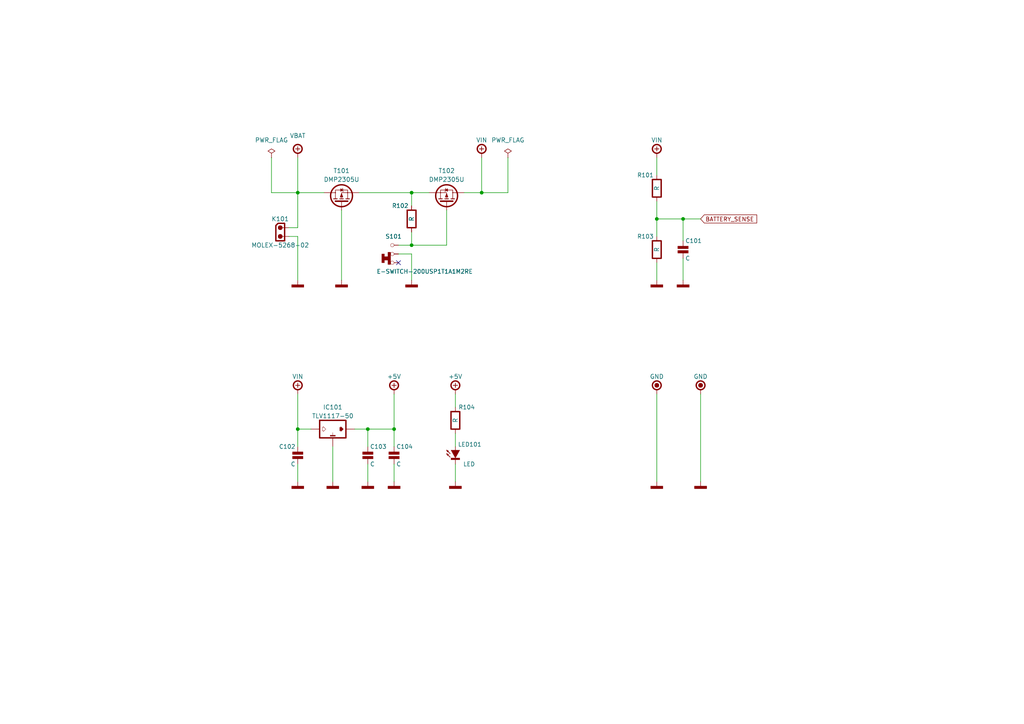
<source format=kicad_sch>
(kicad_sch (version 20210126) (generator eeschema)
  (paper "A4")
  (title_block (title "Power") (date "01/2021") (rev "A") (comment 1 "TBOT - PIC8-Bit"))
  (lib_symbols
    (symbol "power:PWR_FLAG" (power) (pin_numbers hide) (pin_names (offset 0) hide)
      (property "Value" "PWR_FLAG" (at 0 3.81 0))
      (symbol "PWR_FLAG_0_0"
        (pin power_out line (at 0 0 90) (length 0) (name "pwr") (number "1"))
      )
      (symbol "PWR_FLAG_0_1"
        (polyline (pts (xy 0 0) (xy 0 1.27) (xy -1.016 1.905) (xy 0 2.54) (xy 1.016 1.905) (xy 0 1.27)))
      )
    )
    (symbol "tronixALL:+5V" (power) (pin_numbers hide) (pin_names (offset 0) hide)
      (property "Value" "+5V" (at 0 5.08 0))
      (symbol "+5V_0_1"
        (circle (center 0 2.54) (radius 1.27) (stroke (width 0.4)))
        (polyline (pts (xy 0 1.905) (xy 0 3.175)) (stroke (width 0.2)))
        (polyline (pts (xy -0.635 2.54) (xy 0.635 2.54)) (stroke (width 0.2)))
      )
      (symbol "+5V_1_1"
        (pin power_in line (at 0 0 90) (length 1.27) (name "+5V") (number "1"))
      )
    )
    (symbol "tronixALL:+5V_1" (power) (pin_numbers hide) (pin_names (offset 0) hide)
      (property "Value" "+5V" (at 0 5.08 0))
      (symbol "+5V_1_0_1"
        (circle (center 0 2.54) (radius 1.27) (stroke (width 0.4)))
        (polyline (pts (xy 0 1.905) (xy 0 3.175)) (stroke (width 0.2)))
        (polyline (pts (xy -0.635 2.54) (xy 0.635 2.54)) (stroke (width 0.2)))
      )
      (symbol "+5V_1_1_1"
        (pin power_in line (at 0 0 90) (length 1.27) (name "+5V") (number "1"))
      )
    )
    (symbol "tronixALL:C" (pin_numbers hide) (pin_names (offset 0) hide)
      (property "Reference" "C" (at 0.635 2.54 0))
      (property "Value" "C" (at 0.635 -2.54 0))
      (symbol "C_0_1"
        (rectangle (start -1.524 -0.254) (end 1.524 -1.016) (stroke (width 0.001)) (fill (type outline)))
        (rectangle (start -1.524 1.016) (end 1.524 0.254) (stroke (width 0.001)) (fill (type outline)))
      )
      (symbol "C_1_1"
        (pin passive line (at 0 2.54 270) (length 1.905) (name "~") (number "1"))
        (pin passive line (at 0 -2.54 90) (length 1.905) (name "~") (number "2"))
      )
    )
    (symbol "tronixALL:C_1" (pin_numbers hide) (pin_names (offset 0) hide)
      (property "Reference" "C" (at 0.635 2.54 0))
      (property "Value" "C" (at 0.635 -2.54 0))
      (symbol "C_1_0_1"
        (rectangle (start -1.524 -0.254) (end 1.524 -1.016) (stroke (width 0.001)) (fill (type outline)))
        (rectangle (start -1.524 1.016) (end 1.524 0.254) (stroke (width 0.001)) (fill (type outline)))
      )
      (symbol "C_1_1_1"
        (pin passive line (at 0 2.54 270) (length 1.905) (name "~") (number "1"))
        (pin passive line (at 0 -2.54 90) (length 1.905) (name "~") (number "2"))
      )
    )
    (symbol "tronixALL:C_2" (pin_numbers hide) (pin_names (offset 0) hide)
      (property "Reference" "C" (at 0.635 2.54 0))
      (property "Value" "C" (at 0.635 -2.54 0))
      (symbol "C_2_0_1"
        (rectangle (start -1.524 -0.254) (end 1.524 -1.016) (stroke (width 0.001)) (fill (type outline)))
        (rectangle (start -1.524 1.016) (end 1.524 0.254) (stroke (width 0.001)) (fill (type outline)))
      )
      (symbol "C_2_1_1"
        (pin passive line (at 0 2.54 270) (length 1.905) (name "~") (number "1"))
        (pin passive line (at 0 -2.54 90) (length 1.905) (name "~") (number "2"))
      )
    )
    (symbol "tronixALL:C_3" (pin_numbers hide) (pin_names (offset 0) hide)
      (property "Reference" "C" (at 0.635 2.54 0))
      (property "Value" "C" (at 0.635 -2.54 0))
      (symbol "C_3_0_1"
        (rectangle (start -1.524 -0.254) (end 1.524 -1.016) (stroke (width 0.001)) (fill (type outline)))
        (rectangle (start -1.524 1.016) (end 1.524 0.254) (stroke (width 0.001)) (fill (type outline)))
      )
      (symbol "C_3_1_1"
        (pin passive line (at 0 2.54 270) (length 1.905) (name "~") (number "1"))
        (pin passive line (at 0 -2.54 90) (length 1.905) (name "~") (number "2"))
      )
    )
    (symbol "tronixALL:DMP2305U" (pin_numbers hide) (pin_names (offset 0) hide)
      (property "Reference" "T" (at 5.08 1.905 0))
      (property "Value" "DMP2305U" (at 5.08 0 0))
      (symbol "DMP2305U_0_1"
        (circle (center 1.651 0) (radius 3.175) (stroke (width 0.4)))
        (circle (center 2.54 1.778) (radius 0.127) (stroke (width 0.0006)))
        (circle (center 2.54 -1.778) (radius 0.127) (stroke (width 0.0006)))
        (rectangle (start -0.127 -1.905) (end 0.254 1.905) (stroke (width 0.001)) (fill (type outline)))
        (polyline (pts (xy 0.762 -1.27) (xy 0.762 -2.286)) (stroke (width 0.254)))
        (polyline (pts (xy 0.762 0.508) (xy 0.762 -0.508)) (stroke (width 0.254)))
        (polyline (pts (xy 0.762 2.286) (xy 0.762 1.27)) (stroke (width 0.254)))
        (polyline (pts (xy 0.762 1.778) (xy 3.302 1.778) (xy 3.302 -1.778) (xy 0.762 -1.778)))
        (polyline (pts (xy 2.286 0) (xy 1.27 0.381) (xy 1.27 -0.381) (xy 2.286 0)) (fill (type outline)))
        (polyline (pts (xy 2.794 -0.508) (xy 2.921 -0.381) (xy 3.683 -0.381) (xy 3.81 -0.254)))
        (polyline (pts (xy 3.302 -0.381) (xy 2.921 0.254) (xy 3.683 0.254) (xy 3.302 -0.381)) (fill (type outline)))
        (polyline (pts (xy 0.762 0) (xy 2.54 0)) (stroke (width 0.0006)))
      )
      (symbol "DMP2305U_1_1"
        (pin passive line (at 2.54 5.08 270) (length 3.3) (name "D") (number "3"))
        (pin input line (at -2.54 0 0) (length 2.54) (name "G") (number "1"))
        (pin passive line (at 2.54 -5.08 90) (length 5.08) (name "S") (number "2"))
      )
    )
    (symbol "tronixALL:E-SWITCH-200USP1T1A1M2RE" (pin_numbers hide) (pin_names (offset 0) hide)
      (property "Reference" "S" (at 0 7.62 0))
      (property "Value" "E-SWITCH-200USP1T1A1M2RE" (at 0 5.08 0))
      (symbol "E-SWITCH-200USP1T1A1M2RE_0_1"
        (circle (center -2.54 0.508) (radius 0.508) (stroke (width 0.0006)))
        (circle (center 2.54 0.508) (radius 0.508) (stroke (width 0.0006)))
        (circle (center 0 0.508) (radius 0.508) (stroke (width 0.0006)))
        (rectangle (start -3.048 1.778) (end 0.508 1.016) (stroke (width 0.001)) (fill (type outline)))
        (rectangle (start -1.778 1.778) (end -0.762 2.794) (stroke (width 0.001)) (fill (type outline)))
        (rectangle (start -2.54 3.556) (end 0 2.794) (stroke (width 0.001)) (fill (type outline)))
        (pin passive line (at -2.54 -1.27 90) (length 1.27) (name "1") (number "1"))
        (pin passive line (at 2.54 -1.27 90) (length 1.27) (name "2") (number "2"))
        (pin passive line (at 0 -1.27 90) (length 1.27) (name "1") (number "1"))
      )
    )
    (symbol "tronixALL:GND" (power) (pin_numbers hide) (pin_names (offset 0) hide)
      (symbol "GND_0_1"
        (rectangle (start -1.778 -2.032) (end 1.778 -1.27) (stroke (width 0.001)) (fill (type outline)))
      )
      (symbol "GND_1_1"
        (pin power_in line (at 0 0 270) (length 1.27) (name "GND") (number "1"))
      )
    )
    (symbol "tronixALL:KEYSTONE-5006" (pin_numbers hide) (pin_names (offset 0) hide)
      (property "Value" "KEYSTONE-5006" (at 0 5.08 0))
      (symbol "KEYSTONE-5006_0_1"
        (circle (center 0 2.54) (radius 1.27) (stroke (width 0.4)))
        (circle (center 0 2.54) (radius 0.635) (stroke (width 0.001)) (fill (type outline)))
      )
      (symbol "KEYSTONE-5006_1_1"
        (pin passive line (at 0 0 90) (length 1.27) (name "1") (number "1"))
      )
    )
    (symbol "tronixALL:KEYSTONE-5006_1" (pin_numbers hide) (pin_names (offset 0) hide)
      (property "Value" "KEYSTONE-5006" (at 0 5.08 0))
      (symbol "KEYSTONE-5006_1_0_1"
        (circle (center 0 2.54) (radius 1.27) (stroke (width 0.4)))
        (circle (center 0 2.54) (radius 0.635) (stroke (width 0.001)) (fill (type outline)))
      )
      (symbol "KEYSTONE-5006_1_1_1"
        (pin passive line (at 0 0 90) (length 1.27) (name "1") (number "1"))
      )
    )
    (symbol "tronixALL:LED" (pin_numbers hide) (pin_names (offset 0) hide)
      (property "Reference" "LED" (at 0 -2.54 0))
      (property "Value" "LED" (at 0 -5.08 0))
      (symbol "LED_0_1"
        (rectangle (start -1.27 1.27) (end -0.762 -1.27) (stroke (width 0.001)) (fill (type outline)))
        (polyline (pts (xy 1.524 -1.27) (xy 1.524 1.27) (xy -0.762 0) (xy 1.524 -1.27)) (stroke (width 0.001)) (fill (type outline)))
        (polyline (pts (xy 0.508 1.524) (xy 1.524 2.54) (xy 1.27 2.032) (xy 1.016 2.286) (xy 1.524 2.54)) (stroke (width 0.2)))
        (polyline (pts (xy -0.508 1.524) (xy 0.508 2.54) (xy 0.254 2.032) (xy 0 2.286) (xy 0.508 2.54)) (stroke (width 0.2)))
      )
      (symbol "LED_1_1"
        (pin passive line (at -2.54 0 0) (length 1.27) (name "K") (number "1"))
        (pin passive line (at 2.54 0 180) (length 1.27) (name "A") (number "2"))
      )
    )
    (symbol "tronixALL:MOLEX-5268-02" (pin_numbers hide) (pin_names (offset 0) hide)
      (property "Reference" "K" (at 0 2.54 0))
      (property "Value" "MOLEX-5268-02" (at 0 -5.08 0))
      (symbol "MOLEX-5268-02_0_1"
        (circle (center 0 -2.54) (radius 0.635) (stroke (width 0.001)) (fill (type outline)))
        (circle (center 0 0) (radius 0.635) (stroke (width 0.001)) (fill (type outline)))
        (polyline (pts (xy -1.27 -3.81) (xy 1.27 -3.81) (xy 1.27 0.635) (xy 0.635 1.27) (xy -1.27 1.27) (xy -1.27 -3.81)) (stroke (width 0.4)))
      )
      (symbol "MOLEX-5268-02_1_1"
        (pin passive line (at -2.54 0 0) (length 1.905) (name "2") (number "2"))
        (pin passive line (at -2.54 -2.54 0) (length 1.905) (name "1") (number "1"))
      )
    )
    (symbol "tronixALL:R" (pin_numbers hide) (pin_names (offset 0) hide)
      (property "Reference" "R" (at 2.54 0 90))
      (property "Value" "R" (at 0 0 90))
      (symbol "R_0_1"
        (rectangle (start -1.27 -2.54) (end 1.27 2.54) (stroke (width 0.4)))
      )
      (symbol "R_1_1"
        (pin passive line (at 0 3.81 270) (length 1.27) (name "~") (number "1"))
        (pin passive line (at 0 -3.81 90) (length 1.27) (name "~") (number "2"))
      )
    )
    (symbol "tronixALL:R_1" (pin_numbers hide) (pin_names (offset 0) hide)
      (property "Reference" "R" (at 2.54 0 90))
      (property "Value" "R" (at 0 0 90))
      (symbol "R_1_0_1"
        (rectangle (start -1.27 -2.54) (end 1.27 2.54) (stroke (width 0.4)))
      )
      (symbol "R_1_1_1"
        (pin passive line (at 0 3.81 270) (length 1.27) (name "~") (number "1"))
        (pin passive line (at 0 -3.81 90) (length 1.27) (name "~") (number "2"))
      )
    )
    (symbol "tronixALL:R_2" (pin_numbers hide) (pin_names (offset 0) hide)
      (property "Reference" "R" (at 2.54 0 90))
      (property "Value" "R" (at 0 0 90))
      (symbol "R_2_0_1"
        (rectangle (start -1.27 -2.54) (end 1.27 2.54) (stroke (width 0.4)))
      )
      (symbol "R_2_1_1"
        (pin passive line (at 0 3.81 270) (length 1.27) (name "~") (number "1"))
        (pin passive line (at 0 -3.81 90) (length 1.27) (name "~") (number "2"))
      )
    )
    (symbol "tronixALL:R_3" (pin_numbers hide) (pin_names (offset 0) hide)
      (property "Reference" "R" (at 2.54 0 90))
      (property "Value" "R" (at 0 0 90))
      (symbol "R_3_0_1"
        (rectangle (start -1.27 -2.54) (end 1.27 2.54) (stroke (width 0.4)))
      )
      (symbol "R_3_1_1"
        (pin passive line (at 0 3.81 270) (length 1.27) (name "~") (number "1"))
        (pin passive line (at 0 -3.81 90) (length 1.27) (name "~") (number "2"))
      )
    )
    (symbol "tronixALL:TLV1117-50" (pin_numbers hide) (pin_names (offset 0) hide)
      (property "Reference" "IC" (at 0 6.35 0))
      (property "Value" "TLV1117-50" (at 0 3.81 0))
      (symbol "TLV1117-50_0_1"
        (rectangle (start -3.81 -2.54) (end 3.81 2.54) (stroke (width 0.4)))
        (rectangle (start -0.762 -1.778) (end 0.762 -2.032) (stroke (width 0.001)) (fill (type outline)))
        (polyline (pts (xy -2.032 0) (xy -2.794 0.762)) (stroke (width 0.0006)))
        (polyline (pts (xy -2.032 0) (xy -2.794 -0.762)) (stroke (width 0.0006)))
        (polyline (pts (xy -2.54 -0.508) (xy -3.048 -0.508) (xy -3.048 0.508) (xy -2.54 0.508)) (stroke (width 0.0006)))
        (polyline (pts (xy 2.54 -0.508) (xy 2.032 -0.508) (xy 2.032 0.508) (xy 2.54 0.508)) (stroke (width 0.001)) (fill (type outline)))
        (polyline (pts (xy 3.048 0) (xy 2.286 0.762)) (stroke (width 0.0006)))
        (polyline (pts (xy 3.048 0) (xy 2.286 -0.762)) (stroke (width 0.0006)))
        (polyline (pts (xy 2.54 -0.508) (xy 3.048 0) (xy 2.54 0.508) (xy 2.54 -0.508)) (stroke (width 0.001)) (fill (type outline)))
        (polyline (pts (xy 0 -1.778) (xy 0 -1.016)) (stroke (width 0.0006)))
      )
      (symbol "TLV1117-50_1_1"
        (pin power_in line (at 0 -5.08 90) (length 2.54) (name "GND") (number "1"))
        (pin power_out line (at 6.35 0 180) (length 2.54) (name "VO") (number "2"))
        (pin power_in line (at -6.35 0 0) (length 2.54) (name "VI") (number "3"))
      )
    )
    (symbol "tronixALL:VBAT" (power) (pin_numbers hide) (pin_names (offset 0) hide)
      (property "Value" "VBAT" (at 0 5.08 0))
      (symbol "VBAT_0_1"
        (circle (center 0 2.54) (radius 1.27) (stroke (width 0.4)))
        (polyline (pts (xy 0 1.905) (xy 0 3.175)) (stroke (width 0.2)))
        (polyline (pts (xy -0.635 2.54) (xy 0.635 2.54)) (stroke (width 0.2)))
      )
      (symbol "VBAT_1_1"
        (pin power_in line (at 0 0 90) (length 1.27) (name "VBAT") (number "1"))
      )
    )
    (symbol "tronixALL:VIN" (power) (pin_numbers hide) (pin_names (offset 0) hide)
      (property "Value" "VIN" (at 0 5.08 0))
      (symbol "VIN_0_1"
        (circle (center 0 2.54) (radius 1.27) (stroke (width 0.4)))
        (polyline (pts (xy 0 1.905) (xy 0 3.175)) (stroke (width 0.2)))
        (polyline (pts (xy -0.635 2.54) (xy 0.635 2.54)) (stroke (width 0.2)))
      )
      (symbol "VIN_1_1"
        (pin power_in line (at 0 0 90) (length 1.27) (name "VIN") (number "1"))
      )
    )
    (symbol "tronixALL:VIN_1" (power) (pin_numbers hide) (pin_names (offset 0) hide)
      (property "Value" "VIN" (at 0 5.08 0))
      (symbol "VIN_1_0_1"
        (circle (center 0 2.54) (radius 1.27) (stroke (width 0.4)))
        (polyline (pts (xy 0 1.905) (xy 0 3.175)) (stroke (width 0.2)))
        (polyline (pts (xy -0.635 2.54) (xy 0.635 2.54)) (stroke (width 0.2)))
      )
      (symbol "VIN_1_1_1"
        (pin power_in line (at 0 0 90) (length 1.27) (name "VIN") (number "1"))
      )
    )
    (symbol "tronixALL:VIN_2" (power) (pin_numbers hide) (pin_names (offset 0) hide)
      (property "Value" "VIN" (at 0 5.08 0))
      (symbol "VIN_2_0_1"
        (circle (center 0 2.54) (radius 1.27) (stroke (width 0.4)))
        (polyline (pts (xy 0 1.905) (xy 0 3.175)) (stroke (width 0.2)))
        (polyline (pts (xy -0.635 2.54) (xy 0.635 2.54)) (stroke (width 0.2)))
      )
      (symbol "VIN_2_1_1"
        (pin power_in line (at 0 0 90) (length 1.27) (name "VIN") (number "1"))
      )
    )
  )
  (junction (at 86.36 55.88) (diameter 0.9144))
  (junction (at 86.36 124.46) (diameter 0.9144))
  (junction (at 106.68 124.46) (diameter 0.9144))
  (junction (at 114.3 124.46) (diameter 0.9144))
  (junction (at 119.38 55.88) (diameter 0.9144))
  (junction (at 119.38 71.12) (diameter 0.9144))
  (junction (at 139.7 55.88) (diameter 0.9144))
  (junction (at 190.5 63.5) (diameter 0.9144))
  (junction (at 198.12 63.5) (diameter 0.9144))
  (no_connect (at 115.57 76.2))
  (wire (pts (xy 78.74 45.72) (xy 78.74 55.88)))
  (wire (pts (xy 78.74 55.88) (xy 86.36 55.88)))
  (wire (pts (xy 83.82 66.04) (xy 86.36 66.04)))
  (wire (pts (xy 83.82 68.58) (xy 86.36 68.58)))
  (wire (pts (xy 86.36 45.72) (xy 86.36 55.88)))
  (wire (pts (xy 86.36 55.88) (xy 86.36 66.04)))
  (wire (pts (xy 86.36 55.88) (xy 93.98 55.88)))
  (wire (pts (xy 86.36 68.58) (xy 86.36 81.28)))
  (wire (pts (xy 86.36 124.46) (xy 86.36 114.3)))
  (wire (pts (xy 86.36 124.46) (xy 86.36 129.54)))
  (wire (pts (xy 86.36 134.62) (xy 86.36 139.7)))
  (wire (pts (xy 90.17 124.46) (xy 86.36 124.46)))
  (wire (pts (xy 96.52 129.54) (xy 96.52 139.7)))
  (wire (pts (xy 99.06 60.96) (xy 99.06 81.28)))
  (wire (pts (xy 102.87 124.46) (xy 106.68 124.46)))
  (wire (pts (xy 104.14 55.88) (xy 119.38 55.88)))
  (wire (pts (xy 106.68 124.46) (xy 106.68 129.54)))
  (wire (pts (xy 106.68 124.46) (xy 114.3 124.46)))
  (wire (pts (xy 106.68 134.62) (xy 106.68 139.7)))
  (wire (pts (xy 114.3 124.46) (xy 114.3 114.3)))
  (wire (pts (xy 114.3 124.46) (xy 114.3 129.54)))
  (wire (pts (xy 114.3 134.62) (xy 114.3 139.7)))
  (wire (pts (xy 115.57 71.12) (xy 119.38 71.12)))
  (wire (pts (xy 115.57 73.66) (xy 119.38 73.66)))
  (wire (pts (xy 119.38 55.88) (xy 119.38 59.69)))
  (wire (pts (xy 119.38 55.88) (xy 124.46 55.88)))
  (wire (pts (xy 119.38 71.12) (xy 119.38 67.31)))
  (wire (pts (xy 119.38 73.66) (xy 119.38 81.28)))
  (wire (pts (xy 129.54 60.96) (xy 129.54 71.12)))
  (wire (pts (xy 129.54 71.12) (xy 119.38 71.12)))
  (wire (pts (xy 132.08 114.3) (xy 132.08 118.11)))
  (wire (pts (xy 132.08 125.73) (xy 132.08 129.54)))
  (wire (pts (xy 132.08 134.62) (xy 132.08 139.7)))
  (wire (pts (xy 134.62 55.88) (xy 139.7 55.88)))
  (wire (pts (xy 139.7 45.72) (xy 139.7 55.88)))
  (wire (pts (xy 139.7 55.88) (xy 147.32 55.88)))
  (wire (pts (xy 147.32 45.72) (xy 147.32 55.88)))
  (wire (pts (xy 190.5 45.72) (xy 190.5 50.8)))
  (wire (pts (xy 190.5 58.42) (xy 190.5 63.5)))
  (wire (pts (xy 190.5 63.5) (xy 190.5 68.58)))
  (wire (pts (xy 190.5 63.5) (xy 198.12 63.5)))
  (wire (pts (xy 190.5 76.2) (xy 190.5 81.28)))
  (wire (pts (xy 190.5 114.3) (xy 190.5 139.7)))
  (wire (pts (xy 198.12 63.5) (xy 203.2 63.5)))
  (wire (pts (xy 198.12 69.85) (xy 198.12 63.5)))
  (wire (pts (xy 198.12 74.93) (xy 198.12 81.28)))
  (wire (pts (xy 203.2 114.3) (xy 203.2 139.7)))
  (global_label "BATTERY_SENSE" (shape input) (at 203.2 63.5 0) (effects (font (size 1.2 1.2))) (property "Intersheet References" "${INTERSHEET_REFS}" (effects hide)))
  (symbol (lib_id "power:PWR_FLAG") (at 78.74 45.72 0) (unit 1)
    (property "Reference" "#FLG0101" (effects hide))
    (property "Value" "PWR_FLAG" (at 78.74 40.64 0))
  )
  (symbol (lib_id "power:PWR_FLAG") (at 147.32 45.72 0) (unit 1)
    (property "Reference" "#FLG0102" (effects hide))
    (property "Value" "PWR_FLAG" (at 147.32 40.64 0))
  )
  (symbol (lib_id "tronixALL:GND") (at 86.36 81.28 0) (unit 1)
    (property "Reference" "#PWR0104" (effects hide))
    (property "Value" "GND" (effects hide))
  )
  (symbol (lib_id "tronixALL:GND") (at 86.36 139.7 0) (unit 1)
    (property "Reference" "#PWR0112" (effects hide))
    (property "Value" "GND" (effects hide))
  )
  (symbol (lib_id "tronixALL:GND") (at 96.52 139.7 0) (unit 1)
    (property "Reference" "#PWR0113" (effects hide))
    (property "Value" "GND" (effects hide))
  )
  (symbol (lib_id "tronixALL:GND") (at 99.06 81.28 0) (unit 1)
    (property "Reference" "#PWR0105" (effects hide))
    (property "Value" "GND" (effects hide))
  )
  (symbol (lib_id "tronixALL:GND") (at 106.68 139.7 0) (unit 1)
    (property "Reference" "#PWR0114" (effects hide))
    (property "Value" "GND" (effects hide))
  )
  (symbol (lib_id "tronixALL:GND") (at 114.3 139.7 0) (unit 1)
    (property "Reference" "#PWR0115" (effects hide))
    (property "Value" "GND" (effects hide))
  )
  (symbol (lib_id "tronixALL:GND") (at 119.38 81.28 0) (unit 1)
    (property "Reference" "#PWR0106" (effects hide))
    (property "Value" "GND" (effects hide))
  )
  (symbol (lib_id "tronixALL:GND") (at 132.08 139.7 0) (unit 1)
    (property "Reference" "#PWR0116" (effects hide))
    (property "Value" "GND" (effects hide))
  )
  (symbol (lib_id "tronixALL:GND") (at 190.5 81.28 0) (unit 1)
    (property "Reference" "#PWR0107" (effects hide))
    (property "Value" "GND" (effects hide))
  )
  (symbol (lib_id "tronixALL:GND") (at 190.5 139.7 0) (unit 1)
    (property "Reference" "#PWR0117" (effects hide))
    (property "Value" "GND" (effects hide))
  )
  (symbol (lib_id "tronixALL:GND") (at 198.12 81.28 0) (unit 1)
    (property "Reference" "#PWR0108" (effects hide))
    (property "Value" "GND" (effects hide))
  )
  (symbol (lib_id "tronixALL:GND") (at 203.2 139.7 0) (unit 1)
    (property "Reference" "#PWR0118" (effects hide))
    (property "Value" "GND" (effects hide))
  )
  (symbol (lib_id "tronixALL:VBAT") (at 86.36 45.72 0) (unit 1)
    (property "Reference" "#PWR0101" (effects hide))
    (property "Value" "VBAT" (at 86.36 39.37 0))
  )
  (symbol (lib_name "tronixALL:VIN_1") (lib_id "tronixALL:VIN") (at 86.36 114.3 0) (unit 1)
    (property "Reference" "#PWR0109" (effects hide))
    (property "Value" "VIN" (at 86.36 109.22 0))
  )
  (symbol (lib_name "tronixALL:+5V_1") (lib_id "tronixALL:+5V") (at 114.3 114.3 0) (unit 1)
    (property "Reference" "#PWR0110" (effects hide))
    (property "Value" "+5V" (at 114.3 109.22 0))
  )
  (symbol (lib_id "tronixALL:+5V") (at 132.08 114.3 0) (unit 1)
    (property "Reference" "#PWR0111" (effects hide))
    (property "Value" "+5V" (at 132.08 109.22 0))
  )
  (symbol (lib_name "tronixALL:VIN_2") (lib_id "tronixALL:VIN") (at 139.7 45.72 0) (unit 1)
    (property "Reference" "#PWR0102" (effects hide))
    (property "Value" "VIN" (at 139.7 40.64 0))
  )
  (symbol (lib_id "tronixALL:VIN") (at 190.5 45.72 0) (unit 1)
    (property "Reference" "#PWR0103" (effects hide))
    (property "Value" "VIN" (at 190.5 40.64 0))
  )
  (symbol (lib_name "tronixALL:KEYSTONE-5006_1") (lib_id "tronixALL:KEYSTONE-5006") (at 190.5 114.3 0) (unit 1)
    (property "Reference" "TP101" (effects hide))
    (property "Value" "GND" (at 190.5 109.22 0))
    (property "Footprint" "tronixALL:KEYSTONE-5006" (effects hide))
    (property "Datasheet" "https://www.keyelco.com/product.cfm/product_id/1315" (effects hide))
  )
  (symbol (lib_id "tronixALL:KEYSTONE-5006") (at 203.2 114.3 0) (unit 1)
    (property "Reference" "TP102" (effects hide))
    (property "Value" "GND" (at 203.2 109.22 0))
    (property "Footprint" "tronixALL:KEYSTONE-5006" (effects hide))
    (property "Datasheet" "https://www.keyelco.com/product.cfm/product_id/1315" (effects hide))
  )
  (symbol (lib_name "tronixALL:C_1") (lib_id "tronixALL:C") (at 86.36 132.08 0) (unit 1)
    (property "Reference" "C102" (at 85.725 129.54 0) (effects (font (size 1.2 1.2)) (justify right)))
    (property "Value" "C" (at 85.725 134.62 0) (effects (font (size 1.2 1.2)) (justify right)))
    (property "Footprint" "tronixALL:CAPACITOR_1206" (effects hide))
  )
  (symbol (lib_name "tronixALL:C_2") (lib_id "tronixALL:C") (at 106.68 132.08 0) (unit 1)
    (property "Reference" "C103" (at 107.315 129.54 0) (effects (font (size 1.2 1.2)) (justify left)))
    (property "Value" "C" (at 107.315 134.62 0) (effects (font (size 1.2 1.2)) (justify left)))
    (property "Footprint" "tronixALL:CAPACITOR_1206" (effects hide))
  )
  (symbol (lib_id "tronixALL:C") (at 114.3 132.08 0) (unit 1)
    (property "Reference" "C104" (at 114.935 129.54 0) (effects (font (size 1.2 1.2)) (justify left)))
    (property "Value" "C" (at 114.935 134.62 0) (effects (font (size 1.2 1.2)) (justify left)))
    (property "Footprint" "tronixALL:CAPACITOR_1206" (effects hide))
  )
  (symbol (lib_name "tronixALL:C_3") (lib_id "tronixALL:C") (at 198.12 72.39 0) (unit 1)
    (property "Reference" "C101" (at 198.755 69.85 0) (effects (font (size 1.2 1.2)) (justify left)))
    (property "Value" "C" (at 198.755 74.93 0) (effects (font (size 1.2 1.2)) (justify left)))
    (property "Footprint" "tronixALL:CAPACITOR_1206" (effects hide))
  )
  (symbol (lib_id "tronixALL:LED") (at 132.08 132.08 90) (unit 1)
    (property "Reference" "LED101" (at 139.7 128.905 90) (effects (font (size 1.2 1.2)) (justify left)))
    (property "Value" "LED" (at 137.795 134.62 90) (effects (font (size 1.2 1.2)) (justify left)))
    (property "Footprint" "tronixALL:LED_1206" (effects hide))
  )
  (symbol (lib_id "tronixALL:MOLEX-5268-02") (at 81.28 66.04 0) (mirror y) (unit 1)
    (property "Reference" "K101" (at 81.28 63.5 0))
    (property "Value" "MOLEX-5268-02" (at 81.28 71.12 0))
    (property "Footprint" "tronixALL:MOLEX-5268-02" (effects hide))
    (property "Datasheet" "https://www.molex.com/molex/products/part-detail/pcb_headers/0022057025" (effects hide))
  )
  (symbol (lib_name "tronixALL:R_2") (lib_id "tronixALL:R") (at 119.38 63.5 180) (unit 1)
    (property "Reference" "R102" (at 113.665 59.69 0) (effects (font (size 1.2 1.2)) (justify right)))
    (property "Value" "R" (at 119.38 63.5 90))
    (property "Footprint" "tronixALL:RESISTOR_1206" (effects hide))
  )
  (symbol (lib_name "tronixALL:R_1") (lib_id "tronixALL:R") (at 132.08 121.92 180) (unit 1)
    (property "Reference" "R104" (at 137.795 118.11 0) (effects (font (size 1.2 1.2)) (justify left)))
    (property "Value" "R" (at 132.08 121.92 90))
    (property "Footprint" "tronixALL:RESISTOR_1206" (effects hide))
  )
  (symbol (lib_id "tronixALL:R") (at 190.5 54.61 180) (unit 1)
    (property "Reference" "R101" (at 184.785 50.8 0) (effects (font (size 1.2 1.2)) (justify right)))
    (property "Value" "R" (at 190.5 54.61 90))
    (property "Footprint" "tronixALL:RESISTOR_1206" (effects hide))
  )
  (symbol (lib_name "tronixALL:R_3") (lib_id "tronixALL:R") (at 190.5 72.39 180) (unit 1)
    (property "Reference" "R103" (at 184.785 68.58 0) (effects (font (size 1.2 1.2)) (justify right)))
    (property "Value" "R" (at 190.5 72.39 90))
    (property "Footprint" "tronixALL:RESISTOR_1206" (effects hide))
  )
  (symbol (lib_id "tronixALL:E-SWITCH-200USP1T1A1M2RE") (at 114.3 73.66 90) (unit 1)
    (property "Reference" "S101" (at 111.76 68.58 90) (effects (font (size 1.2 1.2)) (justify right)))
    (property "Value" "E-SWITCH-200USP1T1A1M2RE" (at 109.22 78.74 90) (effects (font (size 1.2 1.2)) (justify right)))
    (property "Footprint" "tronixALL:E-SWITCH-200USPXT1A1M2RE" (effects hide))
    (property "Datasheet" "http://spec_sheets.e-switch.com/specs/T250000.pdf" (effects hide))
  )
  (symbol (lib_id "tronixALL:DMP2305U") (at 99.06 58.42 90) (unit 1)
    (property "Reference" "T101" (at 99.06 49.53 90))
    (property "Value" "DMP2305U" (at 99.06 52.07 90))
    (property "Footprint" "tronixALL:SOT-23-3" (effects hide))
    (property "Datasheet" "https://www.diodes.com/part/view/DMP2305U" (effects hide))
  )
  (symbol (lib_id "tronixALL:DMP2305U") (at 129.54 58.42 270) (mirror x) (unit 1)
    (property "Reference" "T102" (at 129.54 49.53 90))
    (property "Value" "DMP2305U" (at 129.54 52.07 90))
    (property "Footprint" "tronixALL:SOT-23-3" (effects hide))
    (property "Datasheet" "https://www.diodes.com/part/view/DMP2305U" (effects hide))
  )
  (symbol (lib_id "tronixALL:TLV1117-50") (at 96.52 124.46 0) (unit 1)
    (property "Reference" "IC101" (at 96.52 118.11 0))
    (property "Value" "TLV1117-50" (at 96.52 120.65 0))
    (property "Footprint" "tronixALL:SOT-223-3" (effects hide))
    (property "Datasheet" "http://www.ti.com/lit/ds/symlink/tlv1117.pdf" (effects hide))
  )
)
</source>
